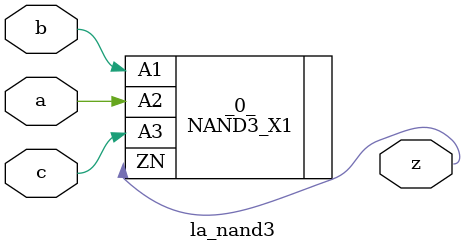
<source format=v>
/* Generated by Yosys 0.37 (git sha1 a5c7f69ed, clang 14.0.0-1ubuntu1.1 -fPIC -Os) */

module la_nand3(a, b, c, z);
  input a;
  wire a;
  input b;
  wire b;
  input c;
  wire c;
  output z;
  wire z;
  NAND3_X1 _0_ (
    .A1(b),
    .A2(a),
    .A3(c),
    .ZN(z)
  );
endmodule

</source>
